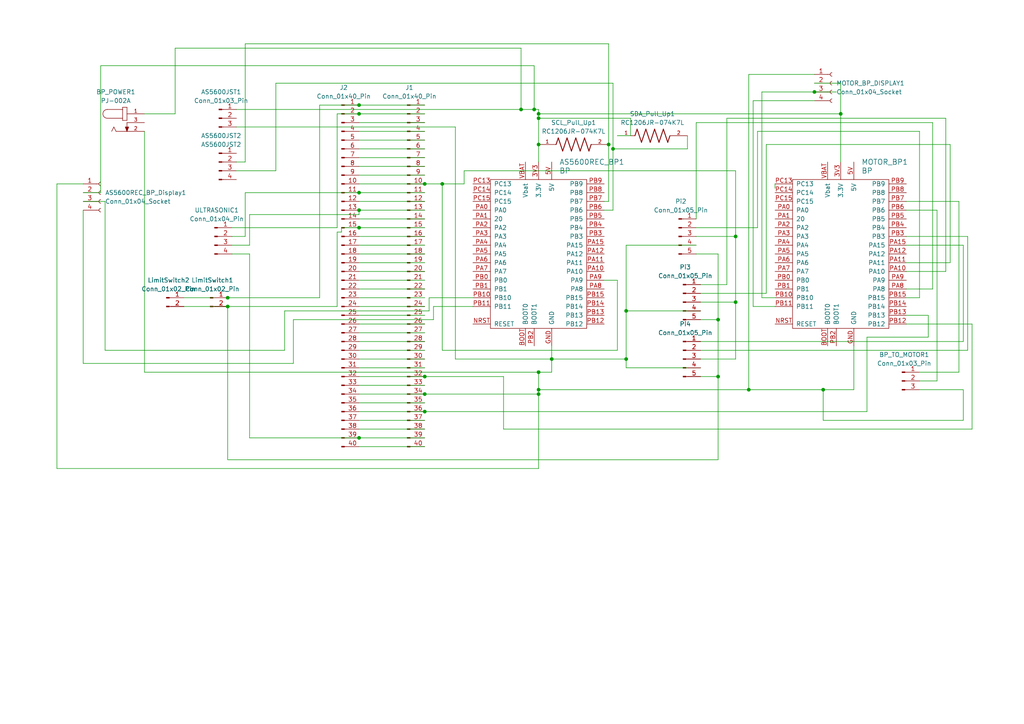
<source format=kicad_sch>
(kicad_sch (version 20230121) (generator eeschema)
  (paper "A4")
  (lib_symbols
    (symbol "Connector:Conn_01x02_Pin" (pin_names (offset 1.016) hide)
      (property "Reference" "J" (at 0 2.54 0))
      (property "Value" "Conn_01x02_Pin" (at 0 -5.08 0))
      (symbol "Conn_01x02_Pin_1_1"
        (polyline (pts (xy 1.27 -2.54) (xy 0.8636 -2.54)) (stroke (width 0.1524)))
        (polyline (pts (xy 1.27 0) (xy 0.8636 0)) (stroke (width 0.1524)))
        (rectangle (start 0.8636 -2.413) (end 0 -2.667) (stroke (width 0.1524)) (fill (type outline)))
        (rectangle (start 0.8636 0.127) (end 0 -0.127) (stroke (width 0.1524)) (fill (type outline)))
        (pin passive line (at 5.08 0 180) (length 3.81) (name "Pin_1") (number "1"))
        (pin passive line (at 5.08 -2.54 180) (length 3.81) (name "Pin_2") (number "2"))
      )
    )
    (symbol "Connector:Conn_01x03_Pin" (pin_names (offset 1.016) hide)
      (property "Reference" "J" (at 0 5.08 0))
      (property "Value" "Conn_01x03_Pin" (at 0 -5.08 0))
      (symbol "Conn_01x03_Pin_1_1"
        (polyline (pts (xy 1.27 -2.54) (xy 0.8636 -2.54)) (stroke (width 0.1524)))
        (polyline (pts (xy 1.27 0) (xy 0.8636 0)) (stroke (width 0.1524)))
        (polyline (pts (xy 1.27 2.54) (xy 0.8636 2.54)) (stroke (width 0.1524)))
        (rectangle (start 0.8636 -2.413) (end 0 -2.667) (stroke (width 0.1524)) (fill (type outline)))
        (rectangle (start 0.8636 0.127) (end 0 -0.127) (stroke (width 0.1524)) (fill (type outline)))
        (rectangle (start 0.8636 2.667) (end 0 2.413) (stroke (width 0.1524)) (fill (type outline)))
        (pin passive line (at 5.08 2.54 180) (length 3.81) (name "Pin_1") (number "1"))
        (pin passive line (at 5.08 0 180) (length 3.81) (name "Pin_2") (number "2"))
        (pin passive line (at 5.08 -2.54 180) (length 3.81) (name "Pin_3") (number "3"))
      )
    )
    (symbol "Connector:Conn_01x04_Pin" (pin_names (offset 1.016) hide)
      (property "Reference" "J" (at 0 5.08 0))
      (property "Value" "Conn_01x04_Pin" (at 0 -7.62 0))
      (symbol "Conn_01x04_Pin_1_1"
        (polyline (pts (xy 1.27 -5.08) (xy 0.8636 -5.08)) (stroke (width 0.1524)))
        (polyline (pts (xy 1.27 -2.54) (xy 0.8636 -2.54)) (stroke (width 0.1524)))
        (polyline (pts (xy 1.27 0) (xy 0.8636 0)) (stroke (width 0.1524)))
        (polyline (pts (xy 1.27 2.54) (xy 0.8636 2.54)) (stroke (width 0.1524)))
        (rectangle (start 0.8636 -4.953) (end 0 -5.207) (stroke (width 0.1524)) (fill (type outline)))
        (rectangle (start 0.8636 -2.413) (end 0 -2.667) (stroke (width 0.1524)) (fill (type outline)))
        (rectangle (start 0.8636 0.127) (end 0 -0.127) (stroke (width 0.1524)) (fill (type outline)))
        (rectangle (start 0.8636 2.667) (end 0 2.413) (stroke (width 0.1524)) (fill (type outline)))
        (pin passive line (at 5.08 2.54 180) (length 3.81) (name "Pin_1") (number "1"))
        (pin passive line (at 5.08 0 180) (length 3.81) (name "Pin_2") (number "2"))
        (pin passive line (at 5.08 -2.54 180) (length 3.81) (name "Pin_3") (number "3"))
        (pin passive line (at 5.08 -5.08 180) (length 3.81) (name "Pin_4") (number "4"))
      )
    )
    (symbol "Connector:Conn_01x04_Socket" (pin_names (offset 1.016) hide)
      (property "Reference" "J" (at 0 5.08 0))
      (property "Value" "Conn_01x04_Socket" (at 0 -7.62 0))
      (symbol "Conn_01x04_Socket_1_1"
        (arc (start 0 -4.572) (mid -0.5058 -5.08) (end 0 -5.588) (stroke (width 0.1524)))
        (arc (start 0 -2.032) (mid -0.5058 -2.54) (end 0 -3.048) (stroke (width 0.1524)))
        (polyline (pts (xy -1.27 -5.08) (xy -0.508 -5.08)) (stroke (width 0.1524)))
        (polyline (pts (xy -1.27 -2.54) (xy -0.508 -2.54)) (stroke (width 0.1524)))
        (polyline (pts (xy -1.27 0) (xy -0.508 0)) (stroke (width 0.1524)))
        (polyline (pts (xy -1.27 2.54) (xy -0.508 2.54)) (stroke (width 0.1524)))
        (arc (start 0 0.508) (mid -0.5058 0) (end 0 -0.508) (stroke (width 0.1524)))
        (arc (start 0 3.048) (mid -0.5058 2.54) (end 0 2.032) (stroke (width 0.1524)))
        (pin passive line (at -5.08 2.54 0) (length 3.81) (name "Pin_1") (number "1"))
        (pin passive line (at -5.08 0 0) (length 3.81) (name "Pin_2") (number "2"))
        (pin passive line (at -5.08 -2.54 0) (length 3.81) (name "Pin_3") (number "3"))
        (pin passive line (at -5.08 -5.08 0) (length 3.81) (name "Pin_4") (number "4"))
      )
    )
    (symbol "Connector:Conn_01x05_Pin" (pin_names (offset 1.016) hide)
      (property "Reference" "J" (at 0 7.62 0))
      (property "Value" "Conn_01x05_Pin" (at 0 -7.62 0))
      (symbol "Conn_01x05_Pin_1_1"
        (polyline (pts (xy 1.27 -5.08) (xy 0.8636 -5.08)) (stroke (width 0.1524)))
        (polyline (pts (xy 1.27 -2.54) (xy 0.8636 -2.54)) (stroke (width 0.1524)))
        (polyline (pts (xy 1.27 0) (xy 0.8636 0)) (stroke (width 0.1524)))
        (polyline (pts (xy 1.27 2.54) (xy 0.8636 2.54)) (stroke (width 0.1524)))
        (polyline (pts (xy 1.27 5.08) (xy 0.8636 5.08)) (stroke (width 0.1524)))
        (rectangle (start 0.8636 -4.953) (end 0 -5.207) (stroke (width 0.1524)) (fill (type outline)))
        (rectangle (start 0.8636 -2.413) (end 0 -2.667) (stroke (width 0.1524)) (fill (type outline)))
        (rectangle (start 0.8636 0.127) (end 0 -0.127) (stroke (width 0.1524)) (fill (type outline)))
        (rectangle (start 0.8636 2.667) (end 0 2.413) (stroke (width 0.1524)) (fill (type outline)))
        (rectangle (start 0.8636 5.207) (end 0 4.953) (stroke (width 0.1524)) (fill (type outline)))
        (pin passive line (at 5.08 5.08 180) (length 3.81) (name "Pin_1") (number "1"))
        (pin passive line (at 5.08 2.54 180) (length 3.81) (name "Pin_2") (number "2"))
        (pin passive line (at 5.08 0 180) (length 3.81) (name "Pin_3") (number "3"))
        (pin passive line (at 5.08 -2.54 180) (length 3.81) (name "Pin_4") (number "4"))
        (pin passive line (at 5.08 -5.08 180) (length 3.81) (name "Pin_5") (number "5"))
      )
    )
    (symbol "Connector:Conn_01x40_Pin" (pin_names (offset 1.016) hide)
      (property "Reference" "J" (at 0 50.8 0))
      (property "Value" "Conn_01x40_Pin" (at 0 -53.34 0))
      (symbol "Conn_01x40_Pin_1_1"
        (polyline (pts (xy 1.27 -50.8) (xy 0.8636 -50.8)) (stroke (width 0.1524)))
        (polyline (pts (xy 1.27 -48.26) (xy 0.8636 -48.26)) (stroke (width 0.1524)))
        (polyline (pts (xy 1.27 -45.72) (xy 0.8636 -45.72)) (stroke (width 0.1524)))
        (polyline (pts (xy 1.27 -43.18) (xy 0.8636 -43.18)) (stroke (width 0.1524)))
        (polyline (pts (xy 1.27 -40.64) (xy 0.8636 -40.64)) (stroke (width 0.1524)))
        (polyline (pts (xy 1.27 -38.1) (xy 0.8636 -38.1)) (stroke (width 0.1524)))
        (polyline (pts (xy 1.27 -35.56) (xy 0.8636 -35.56)) (stroke (width 0.1524)))
        (polyline (pts (xy 1.27 -33.02) (xy 0.8636 -33.02)) (stroke (width 0.1524)))
        (polyline (pts (xy 1.27 -30.48) (xy 0.8636 -30.48)) (stroke (width 0.1524)))
        (polyline (pts (xy 1.27 -27.94) (xy 0.8636 -27.94)) (stroke (width 0.1524)))
        (polyline (pts (xy 1.27 -25.4) (xy 0.8636 -25.4)) (stroke (width 0.1524)))
        (polyline (pts (xy 1.27 -22.86) (xy 0.8636 -22.86)) (stroke (width 0.1524)))
        (polyline (pts (xy 1.27 -20.32) (xy 0.8636 -20.32)) (stroke (width 0.1524)))
        (polyline (pts (xy 1.27 -17.78) (xy 0.8636 -17.78)) (stroke (width 0.1524)))
        (polyline (pts (xy 1.27 -15.24) (xy 0.8636 -15.24)) (stroke (width 0.1524)))
        (polyline (pts (xy 1.27 -12.7) (xy 0.8636 -12.7)) (stroke (width 0.1524)))
        (polyline (pts (xy 1.27 -10.16) (xy 0.8636 -10.16)) (stroke (width 0.1524)))
        (polyline (pts (xy 1.27 -7.62) (xy 0.8636 -7.62)) (stroke (width 0.1524)))
        (polyline (pts (xy 1.27 -5.08) (xy 0.8636 -5.08)) (stroke (width 0.1524)))
        (polyline (pts (xy 1.27 -2.54) (xy 0.8636 -2.54)) (stroke (width 0.1524)))
        (polyline (pts (xy 1.27 0) (xy 0.8636 0)) (stroke (width 0.1524)))
        (polyline (pts (xy 1.27 2.54) (xy 0.8636 2.54)) (stroke (width 0.1524)))
        (polyline (pts (xy 1.27 5.08) (xy 0.8636 5.08)) (stroke (width 0.1524)))
        (polyline (pts (xy 1.27 7.62) (xy 0.8636 7.62)) (stroke (width 0.1524)))
        (polyline (pts (xy 1.27 10.16) (xy 0.8636 10.16)) (stroke (width 0.1524)))
        (polyline (pts (xy 1.27 12.7) (xy 0.8636 12.7)) (stroke (width 0.1524)))
        (polyline (pts (xy 1.27 15.24) (xy 0.8636 15.24)) (stroke (width 0.1524)))
        (polyline (pts (xy 1.27 17.78) (xy 0.8636 17.78)) (stroke (width 0.1524)))
        (polyline (pts (xy 1.27 20.32) (xy 0.8636 20.32)) (stroke (width 0.1524)))
        (polyline (pts (xy 1.27 22.86) (xy 0.8636 22.86)) (stroke (width 0.1524)))
        (polyline (pts (xy 1.27 25.4) (xy 0.8636 25.4)) (stroke (width 0.1524)))
        (polyline (pts (xy 1.27 27.94) (xy 0.8636 27.94)) (stroke (width 0.1524)))
        (polyline (pts (xy 1.27 30.48) (xy 0.8636 30.48)) (stroke (width 0.1524)))
        (polyline (pts (xy 1.27 33.02) (xy 0.8636 33.02)) (stroke (width 0.1524)))
        (polyline (pts (xy 1.27 35.56) (xy 0.8636 35.56)) (stroke (width 0.1524)))
        (polyline (pts (xy 1.27 38.1) (xy 0.8636 38.1)) (stroke (width 0.1524)))
        (polyline (pts (xy 1.27 40.64) (xy 0.8636 40.64)) (stroke (width 0.1524)))
        (polyline (pts (xy 1.27 43.18) (xy 0.8636 43.18)) (stroke (width 0.1524)))
        (polyline (pts (xy 1.27 45.72) (xy 0.8636 45.72)) (stroke (width 0.1524)))
        (polyline (pts (xy 1.27 48.26) (xy 0.8636 48.26)) (stroke (width 0.1524)))
        (rectangle (start 0.8636 -50.673) (end 0 -50.927) (stroke (width 0.1524)) (fill (type outline)))
        (rectangle (start 0.8636 -48.133) (end 0 -48.387) (stroke (width 0.1524)) (fill (type outline)))
        (rectangle (start 0.8636 -45.593) (end 0 -45.847) (stroke (width 0.1524)) (fill (type outline)))
        (rectangle (start 0.8636 -43.053) (end 0 -43.307) (stroke (width 0.1524)) (fill (type outline)))
        (rectangle (start 0.8636 -40.513) (end 0 -40.767) (stroke (width 0.1524)) (fill (type outline)))
        (rectangle (start 0.8636 -37.973) (end 0 -38.227) (stroke (width 0.1524)) (fill (type outline)))
        (rectangle (start 0.8636 -35.433) (end 0 -35.687) (stroke (width 0.1524)) (fill (type outline)))
        (rectangle (start 0.8636 -32.893) (end 0 -33.147) (stroke (width 0.1524)) (fill (type outline)))
        (rectangle (start 0.8636 -30.353) (end 0 -30.607) (stroke (width 0.1524)) (fill (type outline)))
        (rectangle (start 0.8636 -27.813) (end 0 -28.067) (stroke (width 0.1524)) (fill (type outline)))
        (rectangle (start 0.8636 -25.273) (end 0 -25.527) (stroke (width 0.1524)) (fill (type outline)))
        (rectangle (start 0.8636 -22.733) (end 0 -22.987) (stroke (width 0.1524)) (fill (type outline)))
        (rectangle (start 0.8636 -20.193) (end 0 -20.447) (stroke (width 0.1524)) (fill (type outline)))
        (rectangle (start 0.8636 -17.653) (end 0 -17.907) (stroke (width 0.1524)) (fill (type outline)))
        (rectangle (start 0.8636 -15.113) (end 0 -15.367) (stroke (width 0.1524)) (fill (type outline)))
        (rectangle (start 0.8636 -12.573) (end 0 -12.827) (stroke (width 0.1524)) (fill (type outline)))
        (rectangle (start 0.8636 -10.033) (end 0 -10.287) (stroke (width 0.1524)) (fill (type outline)))
        (rectangle (start 0.8636 -7.493) (end 0 -7.747) (stroke (width 0.1524)) (fill (type outline)))
        (rectangle (start 0.8636 -4.953) (end 0 -5.207) (stroke (width 0.1524)) (fill (type outline)))
        (rectangle (start 0.8636 -2.413) (end 0 -2.667) (stroke (width 0.1524)) (fill (type outline)))
        (rectangle (start 0.8636 0.127) (end 0 -0.127) (stroke (width 0.1524)) (fill (type outline)))
        (rectangle (start 0.8636 2.667) (end 0 2.413) (stroke (width 0.1524)) (fill (type outline)))
        (rectangle (start 0.8636 5.207) (end 0 4.953) (stroke (width 0.1524)) (fill (type outline)))
        (rectangle (start 0.8636 7.747) (end 0 7.493) (stroke (width 0.1524)) (fill (type outline)))
        (rectangle (start 0.8636 10.287) (end 0 10.033) (stroke (width 0.1524)) (fill (type outline)))
        (rectangle (start 0.8636 12.827) (end 0 12.573) (stroke (width 0.1524)) (fill (type outline)))
        (rectangle (start 0.8636 15.367) (end 0 15.113) (stroke (width 0.1524)) (fill (type outline)))
        (rectangle (start 0.8636 17.907) (end 0 17.653) (stroke (width 0.1524)) (fill (type outline)))
        (rectangle (start 0.8636 20.447) (end 0 20.193) (stroke (width 0.1524)) (fill (type outline)))
        (rectangle (start 0.8636 22.987) (end 0 22.733) (stroke (width 0.1524)) (fill (type outline)))
        (rectangle (start 0.8636 25.527) (end 0 25.273) (stroke (width 0.1524)) (fill (type outline)))
        (rectangle (start 0.8636 28.067) (end 0 27.813) (stroke (width 0.1524)) (fill (type outline)))
        (rectangle (start 0.8636 30.607) (end 0 30.353) (stroke (width 0.1524)) (fill (type outline)))
        (rectangle (start 0.8636 33.147) (end 0 32.893) (stroke (width 0.1524)) (fill (type outline)))
        (rectangle (start 0.8636 35.687) (end 0 35.433) (stroke (width 0.1524)) (fill (type outline)))
        (rectangle (start 0.8636 38.227) (end 0 37.973) (stroke (width 0.1524)) (fill (type outline)))
        (rectangle (start 0.8636 40.767) (end 0 40.513) (stroke (width 0.1524)) (fill (type outline)))
        (rectangle (start 0.8636 43.307) (end 0 43.053) (stroke (width 0.1524)) (fill (type outline)))
        (rectangle (start 0.8636 45.847) (end 0 45.593) (stroke (width 0.1524)) (fill (type outline)))
        (rectangle (start 0.8636 48.387) (end 0 48.133) (stroke (width 0.1524)) (fill (type outline)))
        (pin passive line (at 5.08 48.26 180) (length 3.81) (name "Pin_1") (number "1"))
        (pin passive line (at 5.08 25.4 180) (length 3.81) (name "Pin_10") (number "10"))
        (pin passive line (at 5.08 22.86 180) (length 3.81) (name "Pin_11") (number "11"))
        (pin passive line (at 5.08 20.32 180) (length 3.81) (name "Pin_12") (number "12"))
        (pin passive line (at 5.08 17.78 180) (length 3.81) (name "Pin_13") (number "13"))
        (pin passive line (at 5.08 15.24 180) (length 3.81) (name "Pin_14") (number "14"))
        (pin passive line (at 5.08 12.7 180) (length 3.81) (name "Pin_15") (number "15"))
        (pin passive line (at 5.08 10.16 180) (length 3.81) (name "Pin_16") (number "16"))
        (pin passive line (at 5.08 7.62 180) (length 3.81) (name "Pin_17") (number "17"))
        (pin passive line (at 5.08 5.08 180) (length 3.81) (name "Pin_18") (number "18"))
        (pin passive line (at 5.08 2.54 180) (length 3.81) (name "Pin_19") (number "19"))
        (pin passive line (at 5.08 45.72 180) (length 3.81) (name "Pin_2") (number "2"))
        (pin passive line (at 5.08 0 180) (length 3.81) (name "Pin_20") (number "20"))
        (pin passive line (at 5.08 -2.54 180) (length 3.81) (name "Pin_21") (number "21"))
        (pin passive line (at 5.08 -5.08 180) (length 3.81) (name "Pin_22") (number "22"))
        (pin passive line (at 5.08 -7.62 180) (length 3.81) (name "Pin_23") (number "23"))
        (pin passive line (at 5.08 -10.16 180) (length 3.81) (name "Pin_24") (number "24"))
        (pin passive line (at 5.08 -12.7 180) (length 3.81) (name "Pin_25") (number "25"))
        (pin passive line (at 5.08 -15.24 180) (length 3.81) (name "Pin_26") (number "26"))
        (pin passive line (at 5.08 -17.78 180) (length 3.81) (name "Pin_27") (number "27"))
        (pin passive line (at 5.08 -20.32 180) (length 3.81) (name "Pin_28") (number "28"))
        (pin passive line (at 5.08 -22.86 180) (length 3.81) (name "Pin_29") (number "29"))
        (pin passive line (at 5.08 43.18 180) (length 3.81) (name "Pin_3") (number "3"))
        (pin passive line (at 5.08 -25.4 180) (length 3.81) (name "Pin_30") (number "30"))
        (pin passive line (at 5.08 -27.94 180) (length 3.81) (name "Pin_31") (number "31"))
        (pin passive line (at 5.08 -30.48 180) (length 3.81) (name "Pin_32") (number "32"))
        (pin passive line (at 5.08 -33.02 180) (length 3.81) (name "Pin_33") (number "33"))
        (pin passive line (at 5.08 -35.56 180) (length 3.81) (name "Pin_34") (number "34"))
        (pin passive line (at 5.08 -38.1 180) (length 3.81) (name "Pin_35") (number "35"))
        (pin passive line (at 5.08 -40.64 180) (length 3.81) (name "Pin_36") (number "36"))
        (pin passive line (at 5.08 -43.18 180) (length 3.81) (name "Pin_37") (number "37"))
        (pin passive line (at 5.08 -45.72 180) (length 3.81) (name "Pin_38") (number "38"))
        (pin passive line (at 5.08 -48.26 180) (length 3.81) (name "Pin_39") (number "39"))
        (pin passive line (at 5.08 40.64 180) (length 3.81) (name "Pin_4") (number "4"))
        (pin passive line (at 5.08 -50.8 180) (length 3.81) (name "Pin_40") (number "40"))
        (pin passive line (at 5.08 38.1 180) (length 3.81) (name "Pin_5") (number "5"))
        (pin passive line (at 5.08 35.56 180) (length 3.81) (name "Pin_6") (number "6"))
        (pin passive line (at 5.08 33.02 180) (length 3.81) (name "Pin_7") (number "7"))
        (pin passive line (at 5.08 30.48 180) (length 3.81) (name "Pin_8") (number "8"))
        (pin passive line (at 5.08 27.94 180) (length 3.81) (name "Pin_9") (number "9"))
      )
    )
    (symbol "DevBoard_STM32_Bluepill:bluepill" (pin_names (offset 1.016))
      (property "Reference" "BP" (at 5.7659 26.67 0))
      (property "Value" "STM32F103C" (at 5.7659 24.13 0))
      (symbol "bluepill_0_1"
        (rectangle (start -13.97 21.59) (end 13.97 -21.59))
      )
      (symbol "bluepill_1_1"
        (pin power_out line (at 0 26.67 270) (length 5.08) (name "3.3V") (number "3V3"))
        (pin power_out line (at 3.81 26.67 270) (length 5.08) (name "5V") (number "5V"))
        (pin input line (at -3.81 -26.67 90) (length 5.08) (name "BOOT0") (number "BOOT"))
        (pin power_out line (at 3.81 -26.67 90) (length 5.08) (name "GND") (number "GND"))
        (pin input line (at -19.05 -20.32 0) (length 5.08) (name "RESET") (number "NRST"))
        (pin bidirectional line (at -19.05 12.7 0) (length 5.08) (name "PA0") (number "PA0"))
        (pin bidirectional line (at -19.05 10.16 0) (length 5.08) (name "20") (number "PA1"))
        (pin bidirectional line (at 19.05 -5.08 180) (length 5.08) (name "PA10") (number "PA10"))
        (pin bidirectional line (at 19.05 -2.54 180) (length 5.08) (name "PA11") (number "PA11"))
        (pin bidirectional line (at 19.05 0 180) (length 5.08) (name "PA12") (number "PA12"))
        (pin bidirectional line (at 19.05 2.54 180) (length 5.08) (name "PA15") (number "PA15"))
        (pin bidirectional line (at -19.05 7.62 0) (length 5.08) (name "PA2") (number "PA2"))
        (pin bidirectional line (at -19.05 5.08 0) (length 5.08) (name "PA3") (number "PA3"))
        (pin bidirectional line (at -19.05 2.54 0) (length 5.08) (name "PA4") (number "PA4"))
        (pin bidirectional line (at -19.05 0 0) (length 5.08) (name "PA5") (number "PA5"))
        (pin bidirectional line (at -19.05 -2.54 0) (length 5.08) (name "PA6") (number "PA6"))
        (pin bidirectional line (at -19.05 -5.08 0) (length 5.08) (name "PA7") (number "PA7"))
        (pin bidirectional line (at 19.05 -10.16 180) (length 5.08) (name "PA8") (number "PA8"))
        (pin bidirectional line (at 19.05 -7.62 180) (length 5.08) (name "PA9") (number "PA9"))
        (pin bidirectional line (at -19.05 -7.62 0) (length 5.08) (name "PB0") (number "PB0"))
        (pin bidirectional line (at -19.05 -10.16 0) (length 5.08) (name "PB1") (number "PB1"))
        (pin bidirectional line (at -19.05 -12.7 0) (length 5.08) (name "PB10") (number "PB10"))
        (pin bidirectional line (at -19.05 -15.24 0) (length 5.08) (name "PB11") (number "PB11"))
        (pin bidirectional line (at 19.05 -20.32 180) (length 5.08) (name "PB12") (number "PB12"))
        (pin bidirectional line (at 19.05 -17.78 180) (length 5.08) (name "PB13") (number "PB13"))
        (pin bidirectional line (at 19.05 -15.24 180) (length 5.08) (name "PB14") (number "PB14"))
        (pin bidirectional line (at 19.05 -12.7 180) (length 5.08) (name "PB15") (number "PB15"))
        (pin input line (at -1.27 -26.67 90) (length 5.08) (name "BOOT1") (number "PB2"))
        (pin bidirectional line (at 19.05 5.08 180) (length 5.08) (name "PB3") (number "PB3"))
        (pin bidirectional line (at 19.05 7.62 180) (length 5.08) (name "PB4") (number "PB4"))
        (pin bidirectional line (at 19.05 10.16 180) (length 5.08) (name "PB5") (number "PB5"))
        (pin bidirectional line (at 19.05 12.7 180) (length 5.08) (name "PB6") (number "PB6"))
        (pin bidirectional line (at 19.05 15.24 180) (length 5.08) (name "PB7") (number "PB7"))
        (pin bidirectional line (at 19.05 17.78 180) (length 5.08) (name "PB8") (number "PB8"))
        (pin bidirectional line (at 19.05 20.32 180) (length 5.08) (name "PB9") (number "PB9"))
        (pin bidirectional line (at -19.05 20.32 0) (length 5.08) (name "PC13") (number "PC13"))
        (pin bidirectional line (at -19.05 17.78 0) (length 5.08) (name "PC14") (number "PC14"))
        (pin bidirectional line (at -19.05 15.24 0) (length 5.08) (name "PC15") (number "PC15"))
        (pin power_in line (at -3.81 26.67 270) (length 5.08) (name "Vbat") (number "VBAT"))
      )
    )
    (symbol "PJ-002A:PJ-002A" (pin_names (offset 1.016))
      (property "Reference" "J" (at -7.6212 5.0808 0))
      (property "Value" "PJ-002A" (at -7.6324 -5.0882 0))
      (symbol "PJ-002A_0_0"
        (arc (start -5.715 3.81) (mid -6.9795 2.54) (end -5.715 1.27) (stroke (width 0.1524)))
        (polyline (pts (xy -5.715 3.81) (xy -1.27 3.81)) (stroke (width 0.1524)))
        (polyline (pts (xy -3.81 -1.27) (xy -4.445 -2.54)) (stroke (width 0.1524)))
        (polyline (pts (xy -3.175 -2.54) (xy -3.81 -1.27)) (stroke (width 0.1524)))
        (polyline (pts (xy -1.27 0.635) (xy 0 0.635)) (stroke (width 0.1524)))
        (polyline (pts (xy -1.27 1.27) (xy -5.715 1.27)) (stroke (width 0.1524)))
        (polyline (pts (xy -1.27 1.27) (xy -1.27 0.635)) (stroke (width 0.1524)))
        (polyline (pts (xy -1.27 3.81) (xy -1.27 1.27)) (stroke (width 0.1524)))
        (polyline (pts (xy -1.27 4.445) (xy -1.27 3.81)) (stroke (width 0.1524)))
        (polyline (pts (xy 0 -2.54) (xy -3.175 -2.54)) (stroke (width 0.1524)))
        (polyline (pts (xy 0 0) (xy 0 -2.54)) (stroke (width 0.1524)))
        (polyline (pts (xy 0 0.635) (xy 0 4.445)) (stroke (width 0.1524)))
        (polyline (pts (xy 0 4.445) (xy -1.27 4.445)) (stroke (width 0.1524)))
        (polyline (pts (xy 0 -2.54) (xy -0.508 -1.27) (xy 0.508 -1.27) (xy 0 -2.54)) (stroke (width 0.1524)) (fill (type outline)))
        (pin passive line (at 5.08 2.54 180) (length 5.08) (name "~") (number "1"))
        (pin passive line (at 5.08 -2.54 180) (length 5.08) (name "~") (number "2"))
        (pin passive line (at 5.08 0 180) (length 5.08) (name "~") (number "3"))
      )
    )
    (symbol "RC1206JR-074K7L:RC1206JR-074K7L" (pin_names (offset 1.016))
      (property "Reference" "R" (at -7.6244 2.5415 0))
      (property "Value" "RC1206JR-074K7L" (at -7.63 -5.0866 0))
      (symbol "RC1206JR-074K7L_0_0"
        (polyline (pts (xy -5.08 0) (xy -4.445 1.905)) (stroke (width 0.254)))
        (polyline (pts (xy -4.445 1.905) (xy -3.175 -1.905)) (stroke (width 0.254)))
        (polyline (pts (xy -3.175 -1.905) (xy -1.905 1.905)) (stroke (width 0.254)))
        (polyline (pts (xy -1.905 1.905) (xy -0.635 -1.905)) (stroke (width 0.254)))
        (polyline (pts (xy -0.635 -1.905) (xy 0.635 1.905)) (stroke (width 0.254)))
        (polyline (pts (xy 0.635 1.905) (xy 1.905 -1.905)) (stroke (width 0.254)))
        (polyline (pts (xy 1.905 -1.905) (xy 3.175 1.905)) (stroke (width 0.254)))
        (polyline (pts (xy 3.175 1.905) (xy 4.445 -1.905)) (stroke (width 0.254)))
        (polyline (pts (xy 4.445 -1.905) (xy 5.08 0)) (stroke (width 0.254)))
        (pin passive line (at -10.16 0 0) (length 5.08) (name "~") (number "1"))
        (pin passive line (at 10.16 0 180) (length 5.08) (name "~") (number "2"))
      )
    )
  )
  (junction (at 181.61 90.17))
  (junction (at 104.14 33.02))
  (junction (at 243.84 33.02))
  (junction (at 208.28 92.71))
  (junction (at 156.21 114.3))
  (junction (at 123.19 114.3))
  (junction (at 104.14 127))
  (junction (at 208.28 109.22))
  (junction (at 154.94 31.75))
  (junction (at 176.53 41.91))
  (junction (at 104.14 66.04))
  (junction (at 238.76 113.03))
  (junction (at 156.21 41.91))
  (junction (at 177.8 43.18))
  (junction (at 213.36 87.63))
  (junction (at 104.14 30.48))
  (junction (at 66.04 86.36))
  (junction (at 104.14 55.88))
  (junction (at 160.02 104.14))
  (junction (at 123.19 53.34))
  (junction (at 66.04 88.9))
  (junction (at 213.36 68.58))
  (junction (at 156.21 33.02))
  (junction (at 128.27 53.34))
  (junction (at 236.22 26.67))
  (junction (at 217.17 113.03))
  (junction (at 156.21 113.03))
  (junction (at 181.61 104.14))
  (junction (at 123.19 119.38))
  (junction (at 156.21 34.29))
  (junction (at 151.13 31.75))
  (junction (at 123.19 109.22))
  (junction (at 104.14 60.96))
  (junction (at 156.21 107.95))
  (wire (pts (xy 85.09 92.71) (xy 85.09 105.41)))
  (wire (pts (xy 104.14 71.12) (xy 123.19 71.12)))
  (wire (pts (xy 219.71 38.1) (xy 266.7 38.1)))
  (wire (pts (xy 177.8 60.96) (xy 175.26 60.96)))
  (wire (pts (xy 278.13 107.95) (xy 266.7 107.95)))
  (wire (pts (xy 279.4 121.92) (xy 238.76 121.92)))
  (wire (pts (xy 104.14 111.76) (xy 123.19 111.76)))
  (wire (pts (xy 97.79 66.04) (xy 97.79 33.02)))
  (wire (pts (xy 104.14 91.44) (xy 123.19 91.44)))
  (wire (pts (xy 104.14 101.6) (xy 123.19 101.6)))
  (wire (pts (xy 104.14 119.38) (xy 123.19 119.38)))
  (wire (pts (xy 104.14 96.52) (xy 123.19 96.52)))
  (wire (pts (xy 176.53 12.7) (xy 176.53 41.91)))
  (wire (pts (xy 236.22 26.67) (xy 242.57 26.67)))
  (wire (pts (xy 50.8 13.97) (xy 151.13 13.97)))
  (wire (pts (xy 266.7 86.36) (xy 262.89 86.36)))
  (wire (pts (xy 213.36 104.14) (xy 213.36 87.63)))
  (wire (pts (xy 181.61 71.12) (xy 181.61 90.17)))
  (wire (pts (xy 156.21 113.03) (xy 156.21 114.3)))
  (wire (pts (xy 82.55 90.17) (xy 82.55 101.6)))
  (wire (pts (xy 201.93 35.56) (xy 270.51 35.56)))
  (wire (pts (xy 222.25 41.91) (xy 275.59 41.91)))
  (wire (pts (xy 270.51 83.82) (xy 262.89 83.82)))
  (wire (pts (xy 104.14 116.84) (xy 123.19 116.84)))
  (wire (pts (xy 175.26 81.28) (xy 179.07 81.28)))
  (wire (pts (xy 262.89 60.96) (xy 271.78 60.96)))
  (wire (pts (xy 104.14 127) (xy 123.19 127)))
  (wire (pts (xy 104.14 104.14) (xy 123.19 104.14)))
  (wire (pts (xy 97.79 88.9) (xy 97.79 67.31)))
  (wire (pts (xy 123.19 109.22) (xy 146.05 109.22)))
  (wire (pts (xy 16.51 53.34) (xy 16.51 135.89)))
  (wire (pts (xy 104.14 99.06) (xy 123.19 99.06)))
  (wire (pts (xy 181.61 104.14) (xy 160.02 104.14)))
  (wire (pts (xy 219.71 66.04) (xy 219.71 38.1)))
  (wire (pts (xy 97.79 67.31) (xy 99.06 67.31)))
  (wire (pts (xy 151.13 31.75) (xy 68.58 31.75)))
  (wire (pts (xy 203.2 85.09) (xy 222.25 85.09)))
  (wire (pts (xy 104.14 62.23) (xy 72.39 62.23)))
  (wire (pts (xy 175.26 58.42) (xy 176.53 58.42)))
  (wire (pts (xy 156.21 114.3) (xy 156.21 135.89)))
  (wire (pts (xy 104.14 83.82) (xy 123.19 83.82)))
  (wire (pts (xy 176.53 41.91) (xy 176.53 58.42)))
  (wire (pts (xy 67.31 66.04) (xy 97.79 66.04)))
  (wire (pts (xy 208.28 133.35) (xy 66.04 133.35)))
  (wire (pts (xy 203.2 90.17) (xy 181.61 90.17)))
  (wire (pts (xy 72.39 127) (xy 104.14 127)))
  (wire (pts (xy 68.58 36.83) (xy 132.08 36.83)))
  (wire (pts (xy 104.14 78.74) (xy 123.19 78.74)))
  (wire (pts (xy 50.8 33.02) (xy 50.8 13.97)))
  (wire (pts (xy 104.14 30.48) (xy 123.19 30.48)))
  (wire (pts (xy 124.46 86.36) (xy 124.46 90.17)))
  (wire (pts (xy 203.2 106.68) (xy 181.61 106.68)))
  (wire (pts (xy 236.22 29.21) (xy 218.44 29.21)))
  (wire (pts (xy 104.14 40.64) (xy 123.19 40.64)))
  (wire (pts (xy 123.19 119.38) (xy 251.46 119.38)))
  (wire (pts (xy 271.78 60.96) (xy 271.78 110.49)))
  (wire (pts (xy 104.14 109.22) (xy 123.19 109.22)))
  (wire (pts (xy 24.13 53.34) (xy 16.51 53.34)))
  (wire (pts (xy 68.58 49.53) (xy 80.01 49.53)))
  (wire (pts (xy 41.91 38.1) (xy 41.91 107.95)))
  (wire (pts (xy 201.93 66.04) (xy 219.71 66.04)))
  (wire (pts (xy 134.62 53.34) (xy 134.62 49.53)))
  (wire (pts (xy 177.8 24.13) (xy 177.8 43.18)))
  (wire (pts (xy 156.21 34.29) (xy 156.21 33.02)))
  (wire (pts (xy 125.73 92.71) (xy 85.09 92.71)))
  (wire (pts (xy 66.04 133.35) (xy 66.04 88.9)))
  (wire (pts (xy 24.13 105.41) (xy 24.13 60.96)))
  (wire (pts (xy 71.12 68.58) (xy 67.31 68.58)))
  (wire (pts (xy 208.28 92.71) (xy 208.28 109.22)))
  (wire (pts (xy 92.71 86.36) (xy 92.71 30.48)))
  (wire (pts (xy 104.14 68.58) (xy 123.19 68.58)))
  (wire (pts (xy 66.04 88.9) (xy 97.79 88.9)))
  (wire (pts (xy 281.94 93.98) (xy 262.89 93.98)))
  (wire (pts (xy 271.78 110.49) (xy 266.7 110.49)))
  (wire (pts (xy 160.02 104.14) (xy 160.02 107.95)))
  (wire (pts (xy 99.06 66.04) (xy 104.14 66.04)))
  (wire (pts (xy 181.61 106.68) (xy 181.61 104.14)))
  (wire (pts (xy 24.13 55.88) (xy 29.21 55.88)))
  (wire (pts (xy 210.82 34.29) (xy 274.32 34.29)))
  (wire (pts (xy 160.02 100.33) (xy 160.02 104.14)))
  (wire (pts (xy 220.98 86.36) (xy 224.79 86.36)))
  (wire (pts (xy 30.48 58.42) (xy 24.13 58.42)))
  (wire (pts (xy 132.08 104.14) (xy 160.02 104.14)))
  (wire (pts (xy 104.14 38.1) (xy 123.19 38.1)))
  (wire (pts (xy 123.19 53.34) (xy 128.27 53.34)))
  (wire (pts (xy 270.51 35.56) (xy 270.51 83.82)))
  (wire (pts (xy 104.14 121.92) (xy 123.19 121.92)))
  (wire (pts (xy 104.14 66.04) (xy 123.19 66.04)))
  (wire (pts (xy 104.14 114.3) (xy 123.19 114.3)))
  (wire (pts (xy 217.17 113.03) (xy 156.21 113.03)))
  (wire (pts (xy 154.94 19.05) (xy 154.94 31.75)))
  (wire (pts (xy 274.32 34.29) (xy 274.32 78.74)))
  (wire (pts (xy 92.71 30.48) (xy 104.14 30.48)))
  (wire (pts (xy 104.14 129.54) (xy 123.19 129.54)))
  (wire (pts (xy 238.76 121.92) (xy 238.76 113.03)))
  (wire (pts (xy 104.14 60.96) (xy 123.19 60.96)))
  (wire (pts (xy 262.89 91.44) (xy 269.24 91.44)))
  (wire (pts (xy 104.14 33.02) (xy 123.19 33.02)))
  (wire (pts (xy 66.04 86.36) (xy 92.71 86.36)))
  (wire (pts (xy 154.94 31.75) (xy 151.13 31.75)))
  (wire (pts (xy 220.98 26.67) (xy 220.98 86.36)))
  (wire (pts (xy 279.4 99.06) (xy 279.4 71.12)))
  (wire (pts (xy 243.84 33.02) (xy 156.21 33.02)))
  (wire (pts (xy 104.14 76.2) (xy 123.19 76.2)))
  (wire (pts (xy 104.14 48.26) (xy 123.19 48.26)))
  (wire (pts (xy 281.94 124.46) (xy 281.94 93.98)))
  (wire (pts (xy 210.82 82.55) (xy 210.82 34.29)))
  (wire (pts (xy 104.14 88.9) (xy 123.19 88.9)))
  (wire (pts (xy 104.14 60.96) (xy 104.14 62.23)))
  (wire (pts (xy 134.62 49.53) (xy 213.36 49.53)))
  (wire (pts (xy 41.91 107.95) (xy 156.21 107.95)))
  (wire (pts (xy 217.17 21.59) (xy 217.17 113.03)))
  (wire (pts (xy 177.8 43.18) (xy 199.39 43.18)))
  (wire (pts (xy 99.06 67.31) (xy 99.06 66.04)))
  (wire (pts (xy 104.14 50.8) (xy 123.19 50.8)))
  (wire (pts (xy 125.73 88.9) (xy 125.73 92.71)))
  (wire (pts (xy 156.21 107.95) (xy 156.21 113.03)))
  (wire (pts (xy 97.79 33.02) (xy 104.14 33.02)))
  (wire (pts (xy 247.65 113.03) (xy 238.76 113.03)))
  (wire (pts (xy 72.39 127) (xy 72.39 73.66)))
  (wire (pts (xy 104.14 86.36) (xy 123.19 86.36)))
  (wire (pts (xy 203.2 99.06) (xy 279.4 99.06)))
  (wire (pts (xy 269.24 91.44) (xy 269.24 97.79)))
  (wire (pts (xy 156.21 41.91) (xy 156.21 46.99)))
  (wire (pts (xy 53.34 86.36) (xy 66.04 86.36)))
  (wire (pts (xy 269.24 97.79) (xy 251.46 97.79)))
  (wire (pts (xy 85.09 105.41) (xy 24.13 105.41)))
  (wire (pts (xy 181.61 71.12) (xy 201.93 71.12)))
  (wire (pts (xy 104.14 124.46) (xy 123.19 124.46)))
  (wire (pts (xy 104.14 58.42) (xy 123.19 58.42)))
  (wire (pts (xy 104.14 45.72) (xy 123.19 45.72)))
  (wire (pts (xy 279.4 113.03) (xy 279.4 121.92)))
  (wire (pts (xy 156.21 107.95) (xy 160.02 107.95)))
  (wire (pts (xy 80.01 49.53) (xy 80.01 24.13)))
  (wire (pts (xy 218.44 29.21) (xy 218.44 88.9)))
  (wire (pts (xy 71.12 55.88) (xy 71.12 68.58)))
  (wire (pts (xy 124.46 90.17) (xy 82.55 90.17)))
  (wire (pts (xy 132.08 36.83) (xy 132.08 104.14)))
  (wire (pts (xy 177.8 43.18) (xy 177.8 60.96)))
  (wire (pts (xy 203.2 82.55) (xy 210.82 82.55)))
  (wire (pts (xy 104.14 63.5) (xy 123.19 63.5)))
  (wire (pts (xy 213.36 87.63) (xy 213.36 68.58)))
  (wire (pts (xy 278.13 58.42) (xy 278.13 107.95)))
  (wire (pts (xy 243.84 24.13) (xy 243.84 33.02)))
  (wire (pts (xy 146.05 109.22) (xy 146.05 124.46)))
  (wire (pts (xy 53.34 88.9) (xy 66.04 88.9)))
  (wire (pts (xy 275.59 41.91) (xy 275.59 76.2)))
  (wire (pts (xy 199.39 39.37) (xy 199.39 43.18)))
  (wire (pts (xy 208.28 109.22) (xy 208.28 133.35)))
  (wire (pts (xy 203.2 87.63) (xy 213.36 87.63)))
  (wire (pts (xy 104.14 93.98) (xy 123.19 93.98)))
  (wire (pts (xy 220.98 26.67) (xy 236.22 26.67)))
  (wire (pts (xy 266.7 113.03) (xy 279.4 113.03)))
  (wire (pts (xy 104.14 43.18) (xy 123.19 43.18)))
  (wire (pts (xy 104.14 73.66) (xy 123.19 73.66)))
  (wire (pts (xy 179.07 81.28) (xy 179.07 101.6)))
  (wire (pts (xy 203.2 109.22) (xy 208.28 109.22)))
  (wire (pts (xy 29.21 55.88) (xy 29.21 19.05)))
  (wire (pts (xy 156.21 34.29) (xy 156.21 41.91)))
  (wire (pts (xy 222.25 85.09) (xy 222.25 41.91)))
  (wire (pts (xy 236.22 21.59) (xy 217.17 21.59)))
  (wire (pts (xy 201.93 63.5) (xy 201.93 35.56)))
  (wire (pts (xy 156.21 31.75) (xy 154.94 31.75)))
  (wire (pts (xy 182.88 34.29) (xy 182.88 39.37)))
  (wire (pts (xy 203.2 101.6) (xy 280.67 101.6)))
  (wire (pts (xy 279.4 71.12) (xy 262.89 71.12)))
  (wire (pts (xy 243.84 33.02) (xy 243.84 46.99)))
  (wire (pts (xy 16.51 135.89) (xy 156.21 135.89)))
  (wire (pts (xy 67.31 73.66) (xy 72.39 73.66)))
  (wire (pts (xy 104.14 35.56) (xy 123.19 35.56)))
  (wire (pts (xy 72.39 62.23) (xy 72.39 71.12)))
  (wire (pts (xy 213.36 68.58) (xy 213.36 49.53)))
  (wire (pts (xy 262.89 58.42) (xy 278.13 58.42)))
  (wire (pts (xy 137.16 88.9) (xy 125.73 88.9)))
  (wire (pts (xy 203.2 104.14) (xy 213.36 104.14)))
  (wire (pts (xy 104.14 53.34) (xy 123.19 53.34)))
  (wire (pts (xy 123.19 114.3) (xy 156.21 114.3)))
  (wire (pts (xy 71.12 12.7) (xy 71.12 46.99)))
  (wire (pts (xy 266.7 38.1) (xy 266.7 86.36)))
  (wire (pts (xy 208.28 73.66) (xy 208.28 92.71)))
  (wire (pts (xy 218.44 88.9) (xy 224.79 88.9)))
  (wire (pts (xy 104.14 81.28) (xy 123.19 81.28)))
  (wire (pts (xy 201.93 68.58) (xy 213.36 68.58)))
  (wire (pts (xy 146.05 124.46) (xy 281.94 124.46)))
  (wire (pts (xy 238.76 113.03) (xy 217.17 113.03)))
  (wire (pts (xy 201.93 73.66) (xy 208.28 73.66)))
  (wire (pts (xy 280.67 68.58) (xy 262.89 68.58)))
  (wire (pts (xy 247.65 100.33) (xy 247.65 113.03)))
  (wire (pts (xy 181.61 90.17) (xy 181.61 104.14)))
  (wire (pts (xy 236.22 24.13) (xy 243.84 24.13)))
  (wire (pts (xy 224.79 54.61) (xy 224.79 53.34)))
  (wire (pts (xy 82.55 101.6) (xy 30.48 101.6)))
  (wire (pts (xy 104.14 55.88) (xy 71.12 55.88)))
  (wire (pts (xy 41.91 33.02) (xy 50.8 33.02)))
  (wire (pts (xy 128.27 53.34) (xy 134.62 53.34)))
  (wire (pts (xy 182.88 34.29) (xy 156.21 34.29)))
  (wire (pts (xy 179.07 101.6) (xy 128.27 101.6)))
  (wire (pts (xy 203.2 92.71) (xy 208.28 92.71)))
  (wire (pts (xy 275.59 76.2) (xy 262.89 76.2)))
  (wire (pts (xy 151.13 13.97) (xy 151.13 31.75)))
  (wire (pts (xy 80.01 24.13) (xy 177.8 24.13)))
  (wire (pts (xy 104.14 106.68) (xy 123.19 106.68)))
  (wire (pts (xy 128.27 101.6) (xy 128.27 53.34)))
  (wire (pts (xy 30.48 101.6) (xy 30.48 58.42)))
  (wire (pts (xy 156.21 33.02) (xy 156.21 31.75)))
  (wire (pts (xy 274.32 78.74) (xy 262.89 78.74)))
  (wire (pts (xy 251.46 97.79) (xy 251.46 119.38)))
  (wire (pts (xy 29.21 19.05) (xy 154.94 19.05)))
  (wire (pts (xy 179.07 39.37) (xy 182.88 39.37)))
  (wire (pts (xy 280.67 101.6) (xy 280.67 68.58)))
  (wire (pts (xy 137.16 86.36) (xy 124.46 86.36)))
  (wire (pts (xy 71.12 46.99) (xy 68.58 46.99)))
  (wire (pts (xy 176.53 12.7) (xy 71.12 12.7)))
  (wire (pts (xy 104.14 55.88) (xy 123.19 55.88)))
  (wire (pts (xy 67.31 71.12) (xy 72.39 71.12)))
  (symbol (lib_id "Connector:Conn_01x04_Pin") (at 62.23 68.58 0) (unit 1)
    (property "Reference" "ULTRASONIC1" (at 62.865 60.96 0))
    (property "Value" "Conn_01x04_Pin" (at 62.865 63.5 0))
    (property "Footprint" "Connector_JST:JST_EH_B4B-EH-A_1x04_P2.50mm_Vertical" (effects hide))
  )
  (symbol (lib_id "DevBoard_STM32_Bluepill:bluepill") (at 243.84 73.66 0) (unit 1)
    (property "Reference" "MOTOR_BP1" (at 249.8441 46.99 0) (effects (font (size 1.524 1.524)) (justify left)))
    (property "Value" "BP" (at 249.8441 49.53 0) (effects (font (size 1.524 1.524)) (justify left)))
    (property "Footprint" "DevBoard_STM32_Bluepill:DevBoard_STM32_Bluepill" (effects hide))
    (property "Datasheet" "https://www.electronicshub.org/getting-started-with-stm32f103c8t6-blue-pill/" (effects hide))
  )
  (symbol (lib_id "PJ-002A:PJ-002A") (at 36.83 35.56 0) (unit 1)
    (property "Reference" "BP_POWER1" (at 33.5942 26.67 0))
    (property "Value" "PJ-002A" (at 33.5942 29.21 0))
    (property "Footprint" "PJ-002A:CUI_PJ-002A" (effects hide))
    (property "DigiKey_Part_Number" "CP-002A-ND" (effects hide))
    (property "MF" "CUI Devices" (effects hide))
    (property "Purchase-URL" "https://pricing.snapeda.com/search?q=PJ-002A&ref=eda" (effects hide))
    (property "Package" "None" (effects hide))
    (property "Check_prices" "https://www.snapeda.com/parts/PJ-002A/CUI+Devices/view-part/?ref=eda" (effects hide))
    (property "STANDARD" "Manufacturer recommendations" (effects hide))
    (property "SnapEDA_Link" "https://www.snapeda.com/parts/PJ-002A/CUI+Devices/view-part/?ref=snap" (effects hide))
    (property "MP" "PJ-002A" (effects hide))
    (property "Description" "2.0 x 6.5 mm, 2.5 A, Horizontal, Through Hole, Dc Power Jack Connector" (effects hide))
    (property "CUI_purchase_URL" "https://www.cuidevices.com/product/interconnect/connectors/dc-power-connectors/jacks/pj-002a?utm_source=snapeda.com&utm_medium=referral&utm_campaign=snapedaBOM" (effects hide))
    (property "MANUFACTURER" "CUI INC" (effects hide))
  )
  (symbol (lib_id "Connector:Conn_01x40_Pin") (at 118.11 78.74 0) (unit 1)
    (property "Reference" "J1" (at 118.745 25.4 0))
    (property "Value" "Conn_01x40_Pin" (at 118.745 27.94 0))
    (property "Footprint" "20_pin_header_kicad:TE_7-146256-0" (effects hide))
  )
  (symbol (lib_id "Connector:Conn_01x03_Pin") (at 63.5 34.29 0) (unit 1)
    (property "Reference" "AS5600JST1" (at 64.135 26.67 0))
    (property "Value" "Conn_01x03_Pin" (at 64.135 29.21 0))
    (property "Footprint" "Connector_JST:JST_EH_B3B-EH-A_1x03_P2.50mm_Vertical" (effects hide))
  )
  (symbol (lib_id "Connector:Conn_01x05_Pin") (at 198.12 104.14 0) (unit 1)
    (property "Reference" "Pi4" (at 198.755 93.98 0))
    (property "Value" "Conn_01x05_Pin" (at 198.755 96.52 0))
    (property "Footprint" "Connector_JST:JST_EH_B5B-EH-A_1x05_P2.50mm_Vertical" (effects hide))
  )
  (symbol (lib_id "RC1206JR-074K7L:RC1206JR-074K7L") (at 189.23 39.37 0) (unit 1)
    (property "Reference" "SDA_Pull_Up1" (at 189.23 33.02 0))
    (property "Value" "RC1206JR-074K7L" (at 189.23 35.56 0))
    (property "Footprint" "RC1206JR-074K7L:RESC3116X65N" (effects hide))
    (property "DigiKey_Part_Number" "311-4.7KERTR-ND" (effects hide))
    (property "MF" "Yageo" (effects hide))
    (property "Purchase-URL" "https://pricing.snapeda.com/search?q=RC1206JR-074K7L&ref=eda" (effects hide))
    (property "Package" "3116 Yageo" (effects hide))
    (property "SnapEDA_Link" "https://www.snapeda.com/parts/RC1206JR-074K7L/Yageo/view-part/?ref=snap" (effects hide))
    (property "MP" "RC1206JR-074K7L" (effects hide))
    (property "Description" "\n4.7 kOhms ±5% 0.25W, 1/4W Chip Resistor 1206 (3216 Metric) Moisture Resistant Thick Film\n" (effects hide))
    (property "Check_prices" "https://www.snapeda.com/parts/RC1206JR-074K7L/Yageo/view-part/?ref=eda" (effects hide))
  )
  (symbol (lib_id "Connector:Conn_01x04_Pin") (at 63.5 46.99 0) (unit 1)
    (property "Reference" "AS5600JST2" (at 64.135 39.37 0))
    (property "Value" "AS5600JST2" (at 64.135 41.91 0))
    (property "Footprint" "Connector_JST:JST_EH_B4B-EH-A_1x04_P2.50mm_Vertical" (effects hide))
  )
  (symbol (lib_id "DevBoard_STM32_Bluepill:bluepill") (at 156.21 73.66 0) (unit 1)
    (property "Reference" "AS5600REC_BP1" (at 162.2141 46.99 0) (effects (font (size 1.524 1.524)) (justify left)))
    (property "Value" "BP" (at 162.2141 49.53 0) (effects (font (size 1.524 1.524)) (justify left)))
    (property "Footprint" "DevBoard_STM32_Bluepill:DevBoard_STM32_Bluepill" (effects hide))
    (property "Datasheet" "https://www.electronicshub.org/getting-started-with-stm32f103c8t6-blue-pill/" (effects hide))
  )
  (symbol (lib_id "Connector:Conn_01x05_Pin") (at 196.85 68.58 0) (unit 1)
    (property "Reference" "Pi2" (at 197.485 58.42 0))
    (property "Value" "Conn_01x05_Pin" (at 197.485 60.96 0))
    (property "Footprint" "Connector_JST:JST_EH_B5B-EH-A_1x05_P2.50mm_Vertical" (effects hide))
  )
  (symbol (lib_id "Connector:Conn_01x04_Socket") (at 241.3 24.13 0) (unit 1)
    (property "Reference" "MOTOR_BP_DISPLAY1" (at 242.57 24.13 0) (effects (justify left)))
    (property "Value" "Conn_01x04_Socket" (at 242.57 26.67 0) (effects (justify left)))
    (property "Footprint" "Connector_PinSocket_2.54mm:PinSocket_1x04_P2.54mm_Vertical" (effects hide))
  )
  (symbol (lib_id "Connector:Conn_01x05_Pin") (at 198.12 87.63 0) (unit 1)
    (property "Reference" "Pi3" (at 198.755 77.47 0))
    (property "Value" "Conn_01x05_Pin" (at 198.755 80.01 0))
    (property "Footprint" "Connector_JST:JST_EH_B5B-EH-A_1x05_P2.50mm_Vertical" (effects hide))
  )
  (symbol (lib_id "Connector:Conn_01x04_Socket") (at 29.21 55.88 0) (unit 1)
    (property "Reference" "AS5600REC_BP_Display1" (at 30.48 55.88 0) (effects (justify left)))
    (property "Value" "Conn_01x04_Socket" (at 30.48 58.42 0) (effects (justify left)))
    (property "Footprint" "Connector_PinSocket_2.54mm:PinSocket_1x04_P2.54mm_Vertical" (effects hide))
  )
  (symbol (lib_id "Connector:Conn_01x03_Pin") (at 261.62 110.49 0) (unit 1)
    (property "Reference" "BP_TO_MOTOR1" (at 262.255 102.87 0))
    (property "Value" "Conn_01x03_Pin" (at 262.255 105.41 0))
    (property "Footprint" "Connector_JST:JST_EH_B3B-EH-A_1x03_P2.50mm_Vertical" (effects hide))
  )
  (symbol (lib_id "Connector:Conn_01x02_Pin") (at 60.96 86.36 0) (unit 1)
    (property "Reference" "LimitSwitch1" (at 61.595 81.28 0))
    (property "Value" "Conn_01x02_Pin" (at 61.595 83.82 0))
    (property "Footprint" "Connector_JST:JST_EH_B2B-EH-A_1x02_P2.50mm_Vertical" (effects hide))
  )
  (symbol (lib_id "Connector:Conn_01x02_Pin") (at 48.26 86.36 0) (unit 1)
    (property "Reference" "LimitSwitch2" (at 48.895 81.28 0))
    (property "Value" "Conn_01x02_Pin" (at 48.895 83.82 0))
    (property "Footprint" "Connector_JST:JST_EH_B2B-EH-A_1x02_P2.50mm_Vertical" (effects hide))
  )
  (symbol (lib_id "RC1206JR-074K7L:RC1206JR-074K7L") (at 166.37 41.91 0) (unit 1)
    (property "Reference" "SCL_Pull_Up1" (at 166.37 35.56 0))
    (property "Value" "RC1206JR-074K7L" (at 166.37 38.1 0))
    (property "Footprint" "RC1206JR-074K7L:RESC3116X65N" (effects hide))
    (property "DigiKey_Part_Number" "311-4.7KERTR-ND" (effects hide))
    (property "MF" "Yageo" (effects hide))
    (property "Purchase-URL" "https://pricing.snapeda.com/search?q=RC1206JR-074K7L&ref=eda" (effects hide))
    (property "Package" "3116 Yageo" (effects hide))
    (property "SnapEDA_Link" "https://www.snapeda.com/parts/RC1206JR-074K7L/Yageo/view-part/?ref=snap" (effects hide))
    (property "MP" "RC1206JR-074K7L" (effects hide))
    (property "Description" "\n4.7 kOhms ±5% 0.25W, 1/4W Chip Resistor 1206 (3216 Metric) Moisture Resistant Thick Film\n" (effects hide))
    (property "Check_prices" "https://www.snapeda.com/parts/RC1206JR-074K7L/Yageo/view-part/?ref=eda" (effects hide))
  )
  (symbol (lib_id "Connector:Conn_01x40_Pin") (at 99.06 78.74 0) (unit 1)
    (property "Reference" "J2" (at 99.695 25.4 0))
    (property "Value" "Conn_01x40_Pin" (at 99.695 27.94 0))
    (property "Footprint" "20_pin_header_kicad:TE_7-146256-0" (effects hide))
  )
)
</source>
